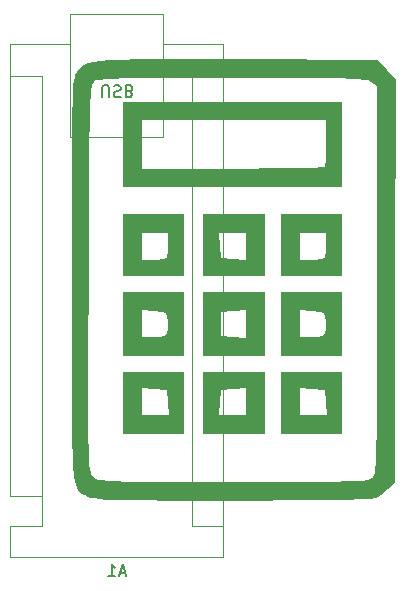
<source format=gbr>
%TF.GenerationSoftware,KiCad,Pcbnew,7.0.7*%
%TF.CreationDate,2023-10-16T17:56:00+02:00*%
%TF.ProjectId,arduino-nano-radio-transmitter,61726475-696e-46f2-9d6e-616e6f2d7261,0*%
%TF.SameCoordinates,Original*%
%TF.FileFunction,Legend,Bot*%
%TF.FilePolarity,Positive*%
%FSLAX46Y46*%
G04 Gerber Fmt 4.6, Leading zero omitted, Abs format (unit mm)*
G04 Created by KiCad (PCBNEW 7.0.7) date 2023-10-16 17:56:00*
%MOMM*%
%LPD*%
G01*
G04 APERTURE LIST*
%ADD10C,0.150000*%
%ADD11C,0.120000*%
G04 APERTURE END LIST*
D10*
X83494285Y-91909104D02*
X83018095Y-91909104D01*
X83589523Y-92194819D02*
X83256190Y-91194819D01*
X83256190Y-91194819D02*
X82922857Y-92194819D01*
X82065714Y-92194819D02*
X82637142Y-92194819D01*
X82351428Y-92194819D02*
X82351428Y-91194819D01*
X82351428Y-91194819D02*
X82446666Y-91337676D01*
X82446666Y-91337676D02*
X82541904Y-91432914D01*
X82541904Y-91432914D02*
X82637142Y-91480533D01*
X81518095Y-51645180D02*
X81518095Y-50835657D01*
X81518095Y-50835657D02*
X81565714Y-50740419D01*
X81565714Y-50740419D02*
X81613333Y-50692800D01*
X81613333Y-50692800D02*
X81708571Y-50645180D01*
X81708571Y-50645180D02*
X81899047Y-50645180D01*
X81899047Y-50645180D02*
X81994285Y-50692800D01*
X81994285Y-50692800D02*
X82041904Y-50740419D01*
X82041904Y-50740419D02*
X82089523Y-50835657D01*
X82089523Y-50835657D02*
X82089523Y-51645180D01*
X82518095Y-50692800D02*
X82660952Y-50645180D01*
X82660952Y-50645180D02*
X82899047Y-50645180D01*
X82899047Y-50645180D02*
X82994285Y-50692800D01*
X82994285Y-50692800D02*
X83041904Y-50740419D01*
X83041904Y-50740419D02*
X83089523Y-50835657D01*
X83089523Y-50835657D02*
X83089523Y-50930895D01*
X83089523Y-50930895D02*
X83041904Y-51026133D01*
X83041904Y-51026133D02*
X82994285Y-51073752D01*
X82994285Y-51073752D02*
X82899047Y-51121371D01*
X82899047Y-51121371D02*
X82708571Y-51168990D01*
X82708571Y-51168990D02*
X82613333Y-51216609D01*
X82613333Y-51216609D02*
X82565714Y-51264228D01*
X82565714Y-51264228D02*
X82518095Y-51359466D01*
X82518095Y-51359466D02*
X82518095Y-51454704D01*
X82518095Y-51454704D02*
X82565714Y-51549942D01*
X82565714Y-51549942D02*
X82613333Y-51597561D01*
X82613333Y-51597561D02*
X82708571Y-51645180D01*
X82708571Y-51645180D02*
X82946666Y-51645180D01*
X82946666Y-51645180D02*
X83089523Y-51597561D01*
X83851428Y-51168990D02*
X83994285Y-51121371D01*
X83994285Y-51121371D02*
X84041904Y-51073752D01*
X84041904Y-51073752D02*
X84089523Y-50978514D01*
X84089523Y-50978514D02*
X84089523Y-50835657D01*
X84089523Y-50835657D02*
X84041904Y-50740419D01*
X84041904Y-50740419D02*
X83994285Y-50692800D01*
X83994285Y-50692800D02*
X83899047Y-50645180D01*
X83899047Y-50645180D02*
X83518095Y-50645180D01*
X83518095Y-50645180D02*
X83518095Y-51645180D01*
X83518095Y-51645180D02*
X83851428Y-51645180D01*
X83851428Y-51645180D02*
X83946666Y-51597561D01*
X83946666Y-51597561D02*
X83994285Y-51549942D01*
X83994285Y-51549942D02*
X84041904Y-51454704D01*
X84041904Y-51454704D02*
X84041904Y-51359466D01*
X84041904Y-51359466D02*
X83994285Y-51264228D01*
X83994285Y-51264228D02*
X83946666Y-51216609D01*
X83946666Y-51216609D02*
X83851428Y-51168990D01*
X83851428Y-51168990D02*
X83518095Y-51168990D01*
D11*
%TO.C,A1*%
X73760000Y-47160000D02*
X78840000Y-47160000D01*
X73760000Y-85390000D02*
X73760000Y-47160000D01*
X73760000Y-90600000D02*
X73760000Y-87930000D01*
X76430000Y-49830000D02*
X73760000Y-49830000D01*
X76430000Y-85390000D02*
X73760000Y-85390000D01*
X76430000Y-85390000D02*
X76430000Y-49830000D01*
X76430000Y-85390000D02*
X76430000Y-87930000D01*
X76430000Y-87930000D02*
X73760000Y-87930000D01*
X78840000Y-44620000D02*
X78840000Y-55040000D01*
X78840000Y-55040000D02*
X86720000Y-55040000D01*
X86720000Y-44620000D02*
X78840000Y-44620000D01*
X86720000Y-55040000D02*
X86720000Y-44620000D01*
X89130000Y-49830000D02*
X91800000Y-49830000D01*
X89130000Y-87930000D02*
X89130000Y-49830000D01*
X89130000Y-87930000D02*
X91800000Y-87930000D01*
X91800000Y-47160000D02*
X86720000Y-47160000D01*
X91800000Y-47160000D02*
X91800000Y-90600000D01*
X91800000Y-90600000D02*
X73760000Y-90600000D01*
%TO.C,G\u002A\u002A\u002A*%
G36*
X101871428Y-80153572D02*
G01*
X99263392Y-80153572D01*
X96655357Y-80153572D01*
X96655357Y-78566072D01*
X98242857Y-78566072D01*
X99389211Y-78566072D01*
X100535566Y-78566072D01*
X100466443Y-77488840D01*
X100397321Y-76411608D01*
X99320089Y-76342485D01*
X98242857Y-76273363D01*
X98242857Y-77419717D01*
X98242857Y-78566072D01*
X96655357Y-78566072D01*
X96655357Y-77545536D01*
X96655357Y-74937500D01*
X99263392Y-74937500D01*
X101871428Y-74937500D01*
X101871428Y-77545536D01*
X101871428Y-78566072D01*
X101871428Y-80153572D01*
G37*
G36*
X95294642Y-77545536D02*
G01*
X95294642Y-80153572D01*
X92686607Y-80153572D01*
X90078571Y-80153572D01*
X90078571Y-78566072D01*
X91414434Y-78566072D01*
X92560788Y-78566072D01*
X93707142Y-78566072D01*
X93707142Y-77419717D01*
X93707142Y-76273363D01*
X92629910Y-76342485D01*
X91552678Y-76411608D01*
X91483556Y-77488840D01*
X91414434Y-78566072D01*
X90078571Y-78566072D01*
X90078571Y-77545536D01*
X90078571Y-74937500D01*
X92686607Y-74937500D01*
X95294642Y-74937500D01*
X95294642Y-76273363D01*
X95294642Y-77545536D01*
G37*
G36*
X95294642Y-70855358D02*
G01*
X95294642Y-73576786D01*
X92686607Y-73576786D01*
X90078571Y-73576786D01*
X90078571Y-71875893D01*
X91552678Y-71875893D01*
X92629910Y-71945016D01*
X93707142Y-72014138D01*
X93707142Y-70855358D01*
X93707142Y-69696577D01*
X92629910Y-69765699D01*
X91552678Y-69834822D01*
X91552678Y-70855358D01*
X91552678Y-71875893D01*
X90078571Y-71875893D01*
X90078571Y-70855358D01*
X90078571Y-68133929D01*
X92686607Y-68133929D01*
X95294642Y-68133929D01*
X95294642Y-69696577D01*
X95294642Y-70855358D01*
G37*
G36*
X95294642Y-64165179D02*
G01*
X95294642Y-66773215D01*
X92686607Y-66773215D01*
X90078571Y-66773215D01*
X90078571Y-64165179D01*
X90078571Y-63144643D01*
X91414434Y-63144643D01*
X91483556Y-64221875D01*
X91552678Y-65299108D01*
X92629910Y-65368230D01*
X93707142Y-65437352D01*
X93707142Y-64290998D01*
X93707142Y-63144643D01*
X92560788Y-63144643D01*
X91414434Y-63144643D01*
X90078571Y-63144643D01*
X90078571Y-61557143D01*
X92686607Y-61557143D01*
X95294642Y-61557143D01*
X95294642Y-63144643D01*
X95294642Y-64165179D01*
G37*
G36*
X88491071Y-80153572D02*
G01*
X85883035Y-80153572D01*
X83275000Y-80153572D01*
X83275000Y-78566072D01*
X84862500Y-78566072D01*
X86008854Y-78566072D01*
X87155209Y-78566072D01*
X87086086Y-77488840D01*
X87016964Y-76411608D01*
X85939732Y-76342485D01*
X84862500Y-76273363D01*
X84862500Y-77419717D01*
X84862500Y-78566072D01*
X83275000Y-78566072D01*
X83275000Y-77545536D01*
X83275000Y-74937500D01*
X85883035Y-74937500D01*
X88491071Y-74937500D01*
X88491071Y-77545536D01*
X88491071Y-78566072D01*
X88491071Y-80153572D01*
G37*
G36*
X101871428Y-73576786D02*
G01*
X99263392Y-73576786D01*
X96655357Y-73576786D01*
X96655357Y-71989286D01*
X98242857Y-71989286D01*
X99270510Y-71989286D01*
X99822091Y-71962160D01*
X100297885Y-71784970D01*
X100486872Y-71360136D01*
X100469996Y-70593465D01*
X100430325Y-70269171D01*
X100299583Y-69964550D01*
X99972286Y-69827523D01*
X99320089Y-69765699D01*
X98242857Y-69696577D01*
X98242857Y-70842932D01*
X98242857Y-71989286D01*
X96655357Y-71989286D01*
X96655357Y-70855358D01*
X96655357Y-68133929D01*
X99263392Y-68133929D01*
X101871428Y-68133929D01*
X101871428Y-70855358D01*
X101871428Y-71360136D01*
X101871428Y-73576786D01*
G37*
G36*
X101871428Y-64165179D02*
G01*
X101871428Y-66773215D01*
X99263392Y-66773215D01*
X96655357Y-66773215D01*
X96655357Y-65412500D01*
X98242857Y-65412500D01*
X99225595Y-65412500D01*
X99479304Y-65407562D01*
X100057486Y-65354268D01*
X100359523Y-65261310D01*
X100397796Y-65190936D01*
X100478548Y-64763776D01*
X100510714Y-64127381D01*
X100510714Y-63144643D01*
X99376785Y-63144643D01*
X98242857Y-63144643D01*
X98242857Y-64278572D01*
X98242857Y-65412500D01*
X96655357Y-65412500D01*
X96655357Y-64165179D01*
X96655357Y-61557143D01*
X99263392Y-61557143D01*
X101871428Y-61557143D01*
X101871428Y-63144643D01*
X101871428Y-64165179D01*
G37*
G36*
X88491071Y-73576786D02*
G01*
X85883035Y-73576786D01*
X83275000Y-73576786D01*
X83275000Y-71989286D01*
X84862500Y-71989286D01*
X85890153Y-71989286D01*
X86441733Y-71962160D01*
X86917528Y-71784970D01*
X87106515Y-71360136D01*
X87089639Y-70593465D01*
X87049967Y-70269171D01*
X86919226Y-69964550D01*
X86591929Y-69827523D01*
X85939732Y-69765699D01*
X84862500Y-69696577D01*
X84862500Y-70842932D01*
X84862500Y-71989286D01*
X83275000Y-71989286D01*
X83275000Y-70855358D01*
X83275000Y-68133929D01*
X85883035Y-68133929D01*
X88491071Y-68133929D01*
X88491071Y-70855358D01*
X88491071Y-71360136D01*
X88491071Y-73576786D01*
G37*
G36*
X88491071Y-64165179D02*
G01*
X88491071Y-66773215D01*
X85883035Y-66773215D01*
X83275000Y-66773215D01*
X83275000Y-65412500D01*
X84862500Y-65412500D01*
X85845238Y-65412500D01*
X86098947Y-65407562D01*
X86677129Y-65354268D01*
X86979166Y-65261310D01*
X87017439Y-65190936D01*
X87098191Y-64763776D01*
X87130357Y-64127381D01*
X87130357Y-63144643D01*
X85996428Y-63144643D01*
X84862500Y-63144643D01*
X84862500Y-64278572D01*
X84862500Y-65412500D01*
X83275000Y-65412500D01*
X83275000Y-64165179D01*
X83275000Y-61557143D01*
X85883035Y-61557143D01*
X88491071Y-61557143D01*
X88491071Y-63144643D01*
X88491071Y-64165179D01*
G37*
G36*
X101871428Y-55660715D02*
G01*
X101871428Y-59289286D01*
X92573214Y-59289286D01*
X83275000Y-59289286D01*
X83275000Y-57701786D01*
X84862500Y-57701786D01*
X92535416Y-57701786D01*
X93902176Y-57699376D01*
X95621184Y-57689056D01*
X97154517Y-57671566D01*
X98448595Y-57647939D01*
X99449841Y-57619212D01*
X100104677Y-57586419D01*
X100359523Y-57550596D01*
X100383387Y-57503049D01*
X100448363Y-57098641D01*
X100493686Y-56395246D01*
X100510714Y-55509524D01*
X100510714Y-53619643D01*
X92686607Y-53619643D01*
X84862500Y-53619643D01*
X84862500Y-55660715D01*
X84862500Y-57701786D01*
X83275000Y-57701786D01*
X83275000Y-55660715D01*
X83275000Y-52032143D01*
X92573214Y-52032143D01*
X101871428Y-52032143D01*
X101871428Y-53619643D01*
X101871428Y-55660715D01*
G37*
G36*
X106354668Y-67209869D02*
G01*
X106293750Y-84199328D01*
X105726785Y-84809287D01*
X105684939Y-84853536D01*
X105168843Y-85314029D01*
X104706250Y-85606855D01*
X104662082Y-85617486D01*
X104230974Y-85653740D01*
X103403672Y-85687962D01*
X102224799Y-85719404D01*
X100738977Y-85747322D01*
X98990828Y-85770971D01*
X97024975Y-85789603D01*
X94886041Y-85802475D01*
X92618648Y-85808840D01*
X91698847Y-85809816D01*
X89185381Y-85810167D01*
X87076374Y-85805809D01*
X85334863Y-85795768D01*
X83923885Y-85779066D01*
X82806476Y-85754727D01*
X81945676Y-85721777D01*
X81304519Y-85679238D01*
X80846045Y-85626135D01*
X80533289Y-85561491D01*
X80329290Y-85484331D01*
X80281757Y-85460105D01*
X80037353Y-85341759D01*
X79825159Y-85228979D01*
X79642909Y-85091156D01*
X79488331Y-84897682D01*
X79359159Y-84617947D01*
X79253122Y-84221343D01*
X79167953Y-83677261D01*
X79101381Y-82955091D01*
X79051138Y-82024225D01*
X79014956Y-80854054D01*
X78990565Y-79413968D01*
X78975697Y-77673360D01*
X78969994Y-76121742D01*
X80352218Y-76121742D01*
X80353285Y-77894203D01*
X80359594Y-79356206D01*
X80371897Y-80539474D01*
X80390941Y-81475728D01*
X80417477Y-82196691D01*
X80452253Y-82734083D01*
X80496020Y-83119628D01*
X80549526Y-83385046D01*
X80613521Y-83562059D01*
X80688754Y-83682390D01*
X80775975Y-83777761D01*
X80889959Y-83880219D01*
X81035671Y-83966603D01*
X81250857Y-84037730D01*
X81573927Y-84095082D01*
X82043290Y-84140139D01*
X82697355Y-84174383D01*
X83574534Y-84199295D01*
X84713235Y-84216356D01*
X86151868Y-84227047D01*
X87928843Y-84232850D01*
X90082570Y-84235245D01*
X92651458Y-84235715D01*
X94154611Y-84235508D01*
X96490513Y-84233580D01*
X98432270Y-84228512D01*
X100017898Y-84218966D01*
X101285414Y-84203607D01*
X102272836Y-84181096D01*
X103018179Y-84150096D01*
X103559462Y-84109272D01*
X103934700Y-84057285D01*
X104181910Y-83992799D01*
X104339109Y-83914477D01*
X104444315Y-83820982D01*
X104468285Y-83791844D01*
X104537035Y-83664164D01*
X104596269Y-83457649D01*
X104646686Y-83141071D01*
X104688983Y-82683203D01*
X104723861Y-82052816D01*
X104752018Y-81218682D01*
X104774153Y-80149574D01*
X104790965Y-78814264D01*
X104803152Y-77181524D01*
X104811415Y-75220125D01*
X104816452Y-72898840D01*
X104818961Y-70186440D01*
X104819643Y-67051699D01*
X104819643Y-50697148D01*
X104315610Y-50344110D01*
X104246905Y-50302949D01*
X104044191Y-50228383D01*
X103727599Y-50166480D01*
X103259386Y-50116107D01*
X102601809Y-50076130D01*
X101717125Y-50045415D01*
X100567591Y-50022827D01*
X99115465Y-50007233D01*
X97323002Y-49997499D01*
X95152461Y-49992489D01*
X92566098Y-49991072D01*
X90226979Y-49992489D01*
X87980735Y-49998086D01*
X86120290Y-50008875D01*
X84609703Y-50025845D01*
X83413031Y-50049986D01*
X82494331Y-50082289D01*
X81817660Y-50123742D01*
X81347077Y-50175337D01*
X81046637Y-50238063D01*
X80880399Y-50312909D01*
X80856102Y-50331295D01*
X80775332Y-50411436D01*
X80705530Y-50536403D01*
X80645749Y-50737638D01*
X80595045Y-51046583D01*
X80552471Y-51494681D01*
X80517081Y-52113371D01*
X80487930Y-52934097D01*
X80464071Y-53988300D01*
X80444559Y-55307422D01*
X80428449Y-56922905D01*
X80414793Y-58866190D01*
X80402647Y-61168719D01*
X80391064Y-63861934D01*
X80379100Y-66977277D01*
X80372985Y-68624396D01*
X80362818Y-71518560D01*
X80355646Y-74007102D01*
X80352218Y-76121742D01*
X78969994Y-76121742D01*
X78968082Y-75601619D01*
X78965452Y-73168138D01*
X78965538Y-70342306D01*
X78966071Y-67093516D01*
X78966163Y-65086636D01*
X78967047Y-62163309D01*
X78969532Y-59643172D01*
X78974407Y-57495003D01*
X78982464Y-55687580D01*
X78994493Y-54189679D01*
X79011285Y-52970078D01*
X79033631Y-51997556D01*
X79062320Y-51240888D01*
X79098144Y-50668854D01*
X79141893Y-50250230D01*
X79194358Y-49953794D01*
X79256330Y-49748323D01*
X79328599Y-49602596D01*
X79411956Y-49485389D01*
X79579110Y-49279433D01*
X79778140Y-49076163D01*
X80019641Y-48906807D01*
X80340983Y-48768528D01*
X80779540Y-48658488D01*
X81372684Y-48573850D01*
X82157786Y-48511777D01*
X83172218Y-48469430D01*
X84453354Y-48443972D01*
X86038564Y-48432565D01*
X87965222Y-48432373D01*
X90270698Y-48440558D01*
X92992366Y-48454281D01*
X104854746Y-48516965D01*
X105635166Y-49368687D01*
X106415586Y-50220410D01*
X106355235Y-67051699D01*
X106354668Y-67209869D01*
G37*
%TD*%
M02*

</source>
